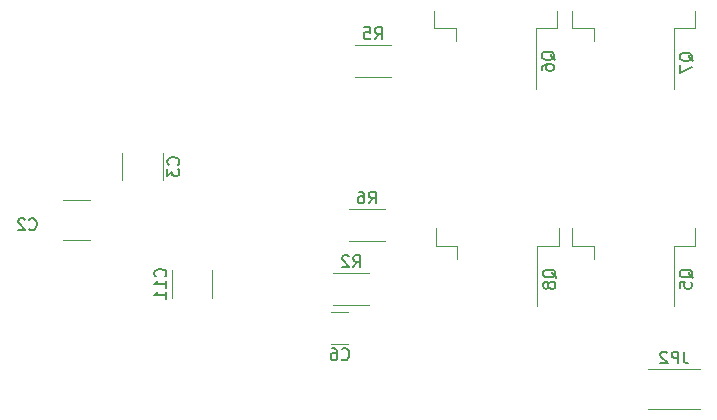
<source format=gbo>
G04 #@! TF.GenerationSoftware,KiCad,Pcbnew,(5.1.10)-1*
G04 #@! TF.CreationDate,2021-06-12T15:14:09-04:00*
G04 #@! TF.ProjectId,Motor Controller 2020,4d6f746f-7220-4436-9f6e-74726f6c6c65,rev?*
G04 #@! TF.SameCoordinates,Original*
G04 #@! TF.FileFunction,Legend,Bot*
G04 #@! TF.FilePolarity,Positive*
%FSLAX46Y46*%
G04 Gerber Fmt 4.6, Leading zero omitted, Abs format (unit mm)*
G04 Created by KiCad (PCBNEW (5.1.10)-1) date 2021-06-12 15:14:09*
%MOMM*%
%LPD*%
G01*
G04 APERTURE LIST*
%ADD10C,0.120000*%
%ADD11C,0.150000*%
G04 APERTURE END LIST*
D10*
X130827064Y-77840000D02*
X127772936Y-77840000D01*
X130827064Y-80560000D02*
X127772936Y-80560000D01*
X105861252Y-80510000D02*
X103538748Y-80510000D01*
X105861252Y-77090000D02*
X103538748Y-77090000D01*
X116210000Y-83038748D02*
X116210000Y-85361252D01*
X112790000Y-83038748D02*
X112790000Y-85361252D01*
X148502000Y-80978000D02*
X148502000Y-82078000D01*
X146692000Y-80978000D02*
X148502000Y-80978000D01*
X146692000Y-79478000D02*
X146692000Y-80978000D01*
X155282000Y-80978000D02*
X155282000Y-86103000D01*
X157092000Y-80978000D02*
X155282000Y-80978000D01*
X157092000Y-79478000D02*
X157092000Y-80978000D01*
X145408000Y-61051000D02*
X145408000Y-62551000D01*
X145408000Y-62551000D02*
X143598000Y-62551000D01*
X143598000Y-62551000D02*
X143598000Y-67676000D01*
X135008000Y-61051000D02*
X135008000Y-62551000D01*
X135008000Y-62551000D02*
X136818000Y-62551000D01*
X136818000Y-62551000D02*
X136818000Y-63651000D01*
X145535000Y-79466000D02*
X145535000Y-80966000D01*
X145535000Y-80966000D02*
X143725000Y-80966000D01*
X143725000Y-80966000D02*
X143725000Y-86091000D01*
X135135000Y-79466000D02*
X135135000Y-80966000D01*
X135135000Y-80966000D02*
X136945000Y-80966000D01*
X136945000Y-80966000D02*
X136945000Y-82066000D01*
X157092000Y-61051000D02*
X157092000Y-62551000D01*
X157092000Y-62551000D02*
X155282000Y-62551000D01*
X155282000Y-62551000D02*
X155282000Y-67676000D01*
X146692000Y-61051000D02*
X146692000Y-62551000D01*
X146692000Y-62551000D02*
X148502000Y-62551000D01*
X148502000Y-62551000D02*
X148502000Y-63651000D01*
X157477064Y-94810000D02*
X153122936Y-94810000D01*
X157477064Y-91390000D02*
X153122936Y-91390000D01*
X131327064Y-66660000D02*
X128272936Y-66660000D01*
X131327064Y-63940000D02*
X128272936Y-63940000D01*
X108590000Y-75423752D02*
X108590000Y-73101248D01*
X112010000Y-75423752D02*
X112010000Y-73101248D01*
X126288748Y-86540000D02*
X127711252Y-86540000D01*
X126288748Y-89260000D02*
X127711252Y-89260000D01*
X129502065Y-85965001D02*
X126447937Y-85965001D01*
X129502065Y-83245001D02*
X126447937Y-83245001D01*
D11*
X129466666Y-77372380D02*
X129800000Y-76896190D01*
X130038095Y-77372380D02*
X130038095Y-76372380D01*
X129657142Y-76372380D01*
X129561904Y-76420000D01*
X129514285Y-76467619D01*
X129466666Y-76562857D01*
X129466666Y-76705714D01*
X129514285Y-76800952D01*
X129561904Y-76848571D01*
X129657142Y-76896190D01*
X130038095Y-76896190D01*
X128609523Y-76372380D02*
X128800000Y-76372380D01*
X128895238Y-76420000D01*
X128942857Y-76467619D01*
X129038095Y-76610476D01*
X129085714Y-76800952D01*
X129085714Y-77181904D01*
X129038095Y-77277142D01*
X128990476Y-77324761D01*
X128895238Y-77372380D01*
X128704761Y-77372380D01*
X128609523Y-77324761D01*
X128561904Y-77277142D01*
X128514285Y-77181904D01*
X128514285Y-76943809D01*
X128561904Y-76848571D01*
X128609523Y-76800952D01*
X128704761Y-76753333D01*
X128895238Y-76753333D01*
X128990476Y-76800952D01*
X129038095Y-76848571D01*
X129085714Y-76943809D01*
X100705666Y-79553142D02*
X100753285Y-79600761D01*
X100896142Y-79648380D01*
X100991380Y-79648380D01*
X101134238Y-79600761D01*
X101229476Y-79505523D01*
X101277095Y-79410285D01*
X101324714Y-79219809D01*
X101324714Y-79076952D01*
X101277095Y-78886476D01*
X101229476Y-78791238D01*
X101134238Y-78696000D01*
X100991380Y-78648380D01*
X100896142Y-78648380D01*
X100753285Y-78696000D01*
X100705666Y-78743619D01*
X100324714Y-78743619D02*
X100277095Y-78696000D01*
X100181857Y-78648380D01*
X99943761Y-78648380D01*
X99848523Y-78696000D01*
X99800904Y-78743619D01*
X99753285Y-78838857D01*
X99753285Y-78934095D01*
X99800904Y-79076952D01*
X100372333Y-79648380D01*
X99753285Y-79648380D01*
X112207142Y-83557142D02*
X112254761Y-83509523D01*
X112302380Y-83366666D01*
X112302380Y-83271428D01*
X112254761Y-83128571D01*
X112159523Y-83033333D01*
X112064285Y-82985714D01*
X111873809Y-82938095D01*
X111730952Y-82938095D01*
X111540476Y-82985714D01*
X111445238Y-83033333D01*
X111350000Y-83128571D01*
X111302380Y-83271428D01*
X111302380Y-83366666D01*
X111350000Y-83509523D01*
X111397619Y-83557142D01*
X112302380Y-84509523D02*
X112302380Y-83938095D01*
X112302380Y-84223809D02*
X111302380Y-84223809D01*
X111445238Y-84128571D01*
X111540476Y-84033333D01*
X111588095Y-83938095D01*
X112302380Y-85461904D02*
X112302380Y-84890476D01*
X112302380Y-85176190D02*
X111302380Y-85176190D01*
X111445238Y-85080952D01*
X111540476Y-84985714D01*
X111588095Y-84890476D01*
X156884619Y-83689761D02*
X156837000Y-83594523D01*
X156741761Y-83499285D01*
X156598904Y-83356428D01*
X156551285Y-83261190D01*
X156551285Y-83165952D01*
X156789380Y-83213571D02*
X156741761Y-83118333D01*
X156646523Y-83023095D01*
X156456047Y-82975476D01*
X156122714Y-82975476D01*
X155932238Y-83023095D01*
X155837000Y-83118333D01*
X155789380Y-83213571D01*
X155789380Y-83404047D01*
X155837000Y-83499285D01*
X155932238Y-83594523D01*
X156122714Y-83642142D01*
X156456047Y-83642142D01*
X156646523Y-83594523D01*
X156741761Y-83499285D01*
X156789380Y-83404047D01*
X156789380Y-83213571D01*
X155789380Y-84546904D02*
X155789380Y-84070714D01*
X156265571Y-84023095D01*
X156217952Y-84070714D01*
X156170333Y-84165952D01*
X156170333Y-84404047D01*
X156217952Y-84499285D01*
X156265571Y-84546904D01*
X156360809Y-84594523D01*
X156598904Y-84594523D01*
X156694142Y-84546904D01*
X156741761Y-84499285D01*
X156789380Y-84404047D01*
X156789380Y-84165952D01*
X156741761Y-84070714D01*
X156694142Y-84023095D01*
X145200619Y-65257762D02*
X145153000Y-65162524D01*
X145057761Y-65067286D01*
X144914904Y-64924429D01*
X144867285Y-64829191D01*
X144867285Y-64733953D01*
X145105380Y-64781572D02*
X145057761Y-64686334D01*
X144962523Y-64591096D01*
X144772047Y-64543477D01*
X144438714Y-64543477D01*
X144248238Y-64591096D01*
X144153000Y-64686334D01*
X144105380Y-64781572D01*
X144105380Y-64972048D01*
X144153000Y-65067286D01*
X144248238Y-65162524D01*
X144438714Y-65210143D01*
X144772047Y-65210143D01*
X144962523Y-65162524D01*
X145057761Y-65067286D01*
X145105380Y-64972048D01*
X145105380Y-64781572D01*
X144105380Y-66067286D02*
X144105380Y-65876810D01*
X144153000Y-65781572D01*
X144200619Y-65733953D01*
X144343476Y-65638715D01*
X144533952Y-65591096D01*
X144914904Y-65591096D01*
X145010142Y-65638715D01*
X145057761Y-65686334D01*
X145105380Y-65781572D01*
X145105380Y-65972048D01*
X145057761Y-66067286D01*
X145010142Y-66114905D01*
X144914904Y-66162524D01*
X144676809Y-66162524D01*
X144581571Y-66114905D01*
X144533952Y-66067286D01*
X144486333Y-65972048D01*
X144486333Y-65781572D01*
X144533952Y-65686334D01*
X144581571Y-65638715D01*
X144676809Y-65591096D01*
X145327619Y-83689761D02*
X145280000Y-83594523D01*
X145184761Y-83499285D01*
X145041904Y-83356428D01*
X144994285Y-83261190D01*
X144994285Y-83165952D01*
X145232380Y-83213571D02*
X145184761Y-83118333D01*
X145089523Y-83023095D01*
X144899047Y-82975476D01*
X144565714Y-82975476D01*
X144375238Y-83023095D01*
X144280000Y-83118333D01*
X144232380Y-83213571D01*
X144232380Y-83404047D01*
X144280000Y-83499285D01*
X144375238Y-83594523D01*
X144565714Y-83642142D01*
X144899047Y-83642142D01*
X145089523Y-83594523D01*
X145184761Y-83499285D01*
X145232380Y-83404047D01*
X145232380Y-83213571D01*
X144660952Y-84213571D02*
X144613333Y-84118333D01*
X144565714Y-84070714D01*
X144470476Y-84023095D01*
X144422857Y-84023095D01*
X144327619Y-84070714D01*
X144280000Y-84118333D01*
X144232380Y-84213571D01*
X144232380Y-84404047D01*
X144280000Y-84499285D01*
X144327619Y-84546904D01*
X144422857Y-84594523D01*
X144470476Y-84594523D01*
X144565714Y-84546904D01*
X144613333Y-84499285D01*
X144660952Y-84404047D01*
X144660952Y-84213571D01*
X144708571Y-84118333D01*
X144756190Y-84070714D01*
X144851428Y-84023095D01*
X145041904Y-84023095D01*
X145137142Y-84070714D01*
X145184761Y-84118333D01*
X145232380Y-84213571D01*
X145232380Y-84404047D01*
X145184761Y-84499285D01*
X145137142Y-84546904D01*
X145041904Y-84594523D01*
X144851428Y-84594523D01*
X144756190Y-84546904D01*
X144708571Y-84499285D01*
X144660952Y-84404047D01*
X156884619Y-65347761D02*
X156837000Y-65252523D01*
X156741761Y-65157285D01*
X156598904Y-65014428D01*
X156551285Y-64919190D01*
X156551285Y-64823952D01*
X156789380Y-64871571D02*
X156741761Y-64776333D01*
X156646523Y-64681095D01*
X156456047Y-64633476D01*
X156122714Y-64633476D01*
X155932238Y-64681095D01*
X155837000Y-64776333D01*
X155789380Y-64871571D01*
X155789380Y-65062047D01*
X155837000Y-65157285D01*
X155932238Y-65252523D01*
X156122714Y-65300142D01*
X156456047Y-65300142D01*
X156646523Y-65252523D01*
X156741761Y-65157285D01*
X156789380Y-65062047D01*
X156789380Y-64871571D01*
X155789380Y-65633476D02*
X155789380Y-66300142D01*
X156789380Y-65871571D01*
X156133333Y-89932380D02*
X156133333Y-90646666D01*
X156180952Y-90789523D01*
X156276190Y-90884761D01*
X156419047Y-90932380D01*
X156514285Y-90932380D01*
X155657142Y-90932380D02*
X155657142Y-89932380D01*
X155276190Y-89932380D01*
X155180952Y-89980000D01*
X155133333Y-90027619D01*
X155085714Y-90122857D01*
X155085714Y-90265714D01*
X155133333Y-90360952D01*
X155180952Y-90408571D01*
X155276190Y-90456190D01*
X155657142Y-90456190D01*
X154704761Y-90027619D02*
X154657142Y-89980000D01*
X154561904Y-89932380D01*
X154323809Y-89932380D01*
X154228571Y-89980000D01*
X154180952Y-90027619D01*
X154133333Y-90122857D01*
X154133333Y-90218095D01*
X154180952Y-90360952D01*
X154752380Y-90932380D01*
X154133333Y-90932380D01*
X129966666Y-63472380D02*
X130300000Y-62996190D01*
X130538095Y-63472380D02*
X130538095Y-62472380D01*
X130157142Y-62472380D01*
X130061904Y-62520000D01*
X130014285Y-62567619D01*
X129966666Y-62662857D01*
X129966666Y-62805714D01*
X130014285Y-62900952D01*
X130061904Y-62948571D01*
X130157142Y-62996190D01*
X130538095Y-62996190D01*
X129061904Y-62472380D02*
X129538095Y-62472380D01*
X129585714Y-62948571D01*
X129538095Y-62900952D01*
X129442857Y-62853333D01*
X129204761Y-62853333D01*
X129109523Y-62900952D01*
X129061904Y-62948571D01*
X129014285Y-63043809D01*
X129014285Y-63281904D01*
X129061904Y-63377142D01*
X129109523Y-63424761D01*
X129204761Y-63472380D01*
X129442857Y-63472380D01*
X129538095Y-63424761D01*
X129585714Y-63377142D01*
X113307142Y-74095833D02*
X113354761Y-74048214D01*
X113402380Y-73905357D01*
X113402380Y-73810119D01*
X113354761Y-73667261D01*
X113259523Y-73572023D01*
X113164285Y-73524404D01*
X112973809Y-73476785D01*
X112830952Y-73476785D01*
X112640476Y-73524404D01*
X112545238Y-73572023D01*
X112450000Y-73667261D01*
X112402380Y-73810119D01*
X112402380Y-73905357D01*
X112450000Y-74048214D01*
X112497619Y-74095833D01*
X112402380Y-74429166D02*
X112402380Y-75048214D01*
X112783333Y-74714880D01*
X112783333Y-74857738D01*
X112830952Y-74952976D01*
X112878571Y-75000595D01*
X112973809Y-75048214D01*
X113211904Y-75048214D01*
X113307142Y-75000595D01*
X113354761Y-74952976D01*
X113402380Y-74857738D01*
X113402380Y-74572023D01*
X113354761Y-74476785D01*
X113307142Y-74429166D01*
X127166666Y-90557142D02*
X127214285Y-90604761D01*
X127357142Y-90652380D01*
X127452380Y-90652380D01*
X127595238Y-90604761D01*
X127690476Y-90509523D01*
X127738095Y-90414285D01*
X127785714Y-90223809D01*
X127785714Y-90080952D01*
X127738095Y-89890476D01*
X127690476Y-89795238D01*
X127595238Y-89700000D01*
X127452380Y-89652380D01*
X127357142Y-89652380D01*
X127214285Y-89700000D01*
X127166666Y-89747619D01*
X126309523Y-89652380D02*
X126500000Y-89652380D01*
X126595238Y-89700000D01*
X126642857Y-89747619D01*
X126738095Y-89890476D01*
X126785714Y-90080952D01*
X126785714Y-90461904D01*
X126738095Y-90557142D01*
X126690476Y-90604761D01*
X126595238Y-90652380D01*
X126404761Y-90652380D01*
X126309523Y-90604761D01*
X126261904Y-90557142D01*
X126214285Y-90461904D01*
X126214285Y-90223809D01*
X126261904Y-90128571D01*
X126309523Y-90080952D01*
X126404761Y-90033333D01*
X126595238Y-90033333D01*
X126690476Y-90080952D01*
X126738095Y-90128571D01*
X126785714Y-90223809D01*
X128141667Y-82777381D02*
X128475001Y-82301191D01*
X128713096Y-82777381D02*
X128713096Y-81777381D01*
X128332143Y-81777381D01*
X128236905Y-81825001D01*
X128189286Y-81872620D01*
X128141667Y-81967858D01*
X128141667Y-82110715D01*
X128189286Y-82205953D01*
X128236905Y-82253572D01*
X128332143Y-82301191D01*
X128713096Y-82301191D01*
X127760715Y-81872620D02*
X127713096Y-81825001D01*
X127617858Y-81777381D01*
X127379762Y-81777381D01*
X127284524Y-81825001D01*
X127236905Y-81872620D01*
X127189286Y-81967858D01*
X127189286Y-82063096D01*
X127236905Y-82205953D01*
X127808334Y-82777381D01*
X127189286Y-82777381D01*
M02*

</source>
